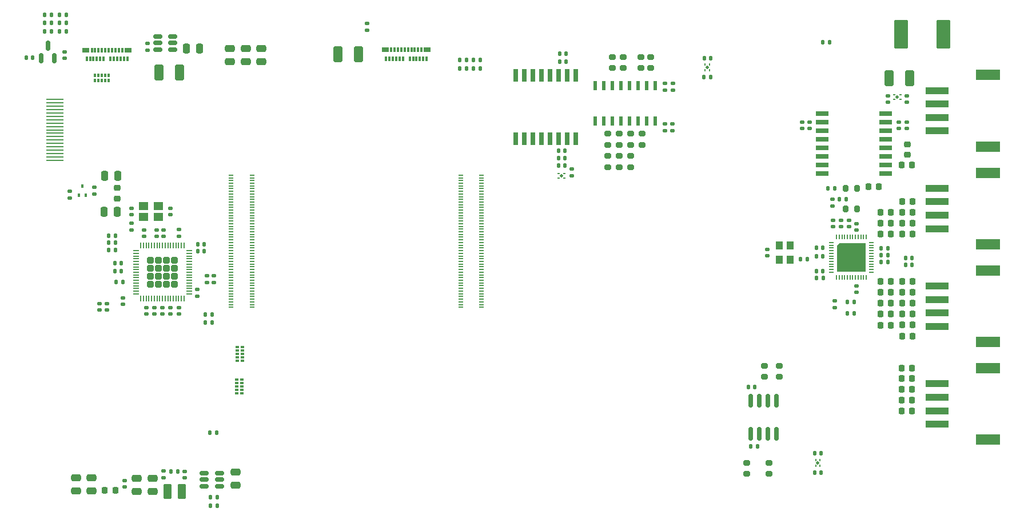
<source format=gbr>
%TF.GenerationSoftware,KiCad,Pcbnew,(6.0.8)*%
%TF.CreationDate,2022-12-14T13:01:19+09:00*%
%TF.ProjectId,audio,61756469-6f2e-46b6-9963-61645f706362,rev?*%
%TF.SameCoordinates,Original*%
%TF.FileFunction,Paste,Top*%
%TF.FilePolarity,Positive*%
%FSLAX46Y46*%
G04 Gerber Fmt 4.6, Leading zero omitted, Abs format (unit mm)*
G04 Created by KiCad (PCBNEW (6.0.8)) date 2022-12-14 13:01:19*
%MOMM*%
%LPD*%
G01*
G04 APERTURE LIST*
G04 Aperture macros list*
%AMRoundRect*
0 Rectangle with rounded corners*
0 $1 Rounding radius*
0 $2 $3 $4 $5 $6 $7 $8 $9 X,Y pos of 4 corners*
0 Add a 4 corners polygon primitive as box body*
4,1,4,$2,$3,$4,$5,$6,$7,$8,$9,$2,$3,0*
0 Add four circle primitives for the rounded corners*
1,1,$1+$1,$2,$3*
1,1,$1+$1,$4,$5*
1,1,$1+$1,$6,$7*
1,1,$1+$1,$8,$9*
0 Add four rect primitives between the rounded corners*
20,1,$1+$1,$2,$3,$4,$5,0*
20,1,$1+$1,$4,$5,$6,$7,0*
20,1,$1+$1,$6,$7,$8,$9,0*
20,1,$1+$1,$8,$9,$2,$3,0*%
%AMOutline5P*
0 Free polygon, 5 corners , with rotation*
0 The origin of the aperture is its center*
0 number of corners: always 5*
0 $1 to $10 corner X, Y*
0 $11 Rotation angle, in degrees counterclockwise*
0 create outline with 5 corners*
4,1,5,$1,$2,$3,$4,$5,$6,$7,$8,$9,$10,$1,$2,$11*%
%AMOutline6P*
0 Free polygon, 6 corners , with rotation*
0 The origin of the aperture is its center*
0 number of corners: always 6*
0 $1 to $12 corner X, Y*
0 $13 Rotation angle, in degrees counterclockwise*
0 create outline with 6 corners*
4,1,6,$1,$2,$3,$4,$5,$6,$7,$8,$9,$10,$11,$12,$1,$2,$13*%
%AMOutline7P*
0 Free polygon, 7 corners , with rotation*
0 The origin of the aperture is its center*
0 number of corners: always 7*
0 $1 to $14 corner X, Y*
0 $15 Rotation angle, in degrees counterclockwise*
0 create outline with 7 corners*
4,1,7,$1,$2,$3,$4,$5,$6,$7,$8,$9,$10,$11,$12,$13,$14,$1,$2,$15*%
%AMOutline8P*
0 Free polygon, 8 corners , with rotation*
0 The origin of the aperture is its center*
0 number of corners: always 8*
0 $1 to $16 corner X, Y*
0 $17 Rotation angle, in degrees counterclockwise*
0 create outline with 8 corners*
4,1,8,$1,$2,$3,$4,$5,$6,$7,$8,$9,$10,$11,$12,$13,$14,$15,$16,$1,$2,$17*%
G04 Aperture macros list end*
%ADD10RoundRect,0.140000X-0.170000X0.140000X-0.170000X-0.140000X0.170000X-0.140000X0.170000X0.140000X0*%
%ADD11RoundRect,0.200000X0.275000X-0.200000X0.275000X0.200000X-0.275000X0.200000X-0.275000X-0.200000X0*%
%ADD12RoundRect,0.140000X-0.140000X-0.170000X0.140000X-0.170000X0.140000X0.170000X-0.140000X0.170000X0*%
%ADD13RoundRect,0.140000X0.140000X0.170000X-0.140000X0.170000X-0.140000X-0.170000X0.140000X-0.170000X0*%
%ADD14RoundRect,0.135000X-0.135000X-0.185000X0.135000X-0.185000X0.135000X0.185000X-0.135000X0.185000X0*%
%ADD15RoundRect,0.200000X-0.275000X0.200000X-0.275000X-0.200000X0.275000X-0.200000X0.275000X0.200000X0*%
%ADD16RoundRect,0.225000X-0.225000X-0.250000X0.225000X-0.250000X0.225000X0.250000X-0.225000X0.250000X0*%
%ADD17RoundRect,0.250000X0.250000X0.475000X-0.250000X0.475000X-0.250000X-0.475000X0.250000X-0.475000X0*%
%ADD18Outline5P,-0.125000X0.200000X0.000000X0.200000X0.125000X0.075000X0.125000X-0.200000X-0.125000X-0.200000X90.000000*%
%ADD19Outline5P,-0.125000X0.075000X0.000000X0.200000X0.125000X0.200000X0.125000X-0.200000X-0.125000X-0.200000X90.000000*%
%ADD20Outline5P,-0.125000X0.200000X0.125000X0.200000X0.125000X-0.200000X0.000000X-0.200000X-0.125000X-0.075000X90.000000*%
%ADD21Outline5P,-0.125000X0.200000X0.125000X0.200000X0.125000X-0.075000X0.000000X-0.200000X-0.125000X-0.200000X90.000000*%
%ADD22Outline5P,-0.200000X0.200000X0.200000X0.200000X0.200000X-0.200000X-0.120000X-0.200000X-0.200000X-0.120000X135.000000*%
%ADD23RoundRect,0.250000X-0.787500X-1.875000X0.787500X-1.875000X0.787500X1.875000X-0.787500X1.875000X0*%
%ADD24RoundRect,0.150000X0.150000X-0.587500X0.150000X0.587500X-0.150000X0.587500X-0.150000X-0.587500X0*%
%ADD25RoundRect,0.250000X0.475000X-0.250000X0.475000X0.250000X-0.475000X0.250000X-0.475000X-0.250000X0*%
%ADD26RoundRect,0.140000X0.170000X-0.140000X0.170000X0.140000X-0.170000X0.140000X-0.170000X-0.140000X0*%
%ADD27RoundRect,0.150000X-0.512500X-0.150000X0.512500X-0.150000X0.512500X0.150000X-0.512500X0.150000X0*%
%ADD28RoundRect,0.225000X0.225000X0.250000X-0.225000X0.250000X-0.225000X-0.250000X0.225000X-0.250000X0*%
%ADD29R,3.400000X1.000000*%
%ADD30R,3.600000X1.500000*%
%ADD31R,0.300000X0.700000*%
%ADD32R,1.000000X0.700000*%
%ADD33R,1.400000X1.200000*%
%ADD34RoundRect,0.250000X0.412500X0.925000X-0.412500X0.925000X-0.412500X-0.925000X0.412500X-0.925000X0*%
%ADD35R,0.700000X0.200000*%
%ADD36R,0.550000X0.300000*%
%ADD37R,0.550000X0.400000*%
%ADD38RoundRect,0.250000X-0.250000X-0.475000X0.250000X-0.475000X0.250000X0.475000X-0.250000X0.475000X0*%
%ADD39Outline5P,-0.125000X0.200000X0.000000X0.200000X0.125000X0.075000X0.125000X-0.200000X-0.125000X-0.200000X0.000000*%
%ADD40Outline5P,-0.125000X0.075000X0.000000X0.200000X0.125000X0.200000X0.125000X-0.200000X-0.125000X-0.200000X0.000000*%
%ADD41Outline5P,-0.125000X0.200000X0.125000X0.200000X0.125000X-0.200000X0.000000X-0.200000X-0.125000X-0.075000X0.000000*%
%ADD42Outline5P,-0.125000X0.200000X0.125000X0.200000X0.125000X-0.075000X0.000000X-0.200000X-0.125000X-0.200000X0.000000*%
%ADD43Outline5P,-0.200000X0.200000X0.200000X0.200000X0.200000X-0.200000X-0.120000X-0.200000X-0.200000X-0.120000X45.000000*%
%ADD44RoundRect,0.225000X0.250000X-0.225000X0.250000X0.225000X-0.250000X0.225000X-0.250000X-0.225000X0*%
%ADD45RoundRect,0.200000X0.200000X0.275000X-0.200000X0.275000X-0.200000X-0.275000X0.200000X-0.275000X0*%
%ADD46RoundRect,0.250000X-0.412500X-0.925000X0.412500X-0.925000X0.412500X0.925000X-0.412500X0.925000X0*%
%ADD47Outline5P,-0.125000X0.200000X0.000000X0.200000X0.125000X0.075000X0.125000X-0.200000X-0.125000X-0.200000X270.000000*%
%ADD48Outline5P,-0.125000X0.075000X0.000000X0.200000X0.125000X0.200000X0.125000X-0.200000X-0.125000X-0.200000X270.000000*%
%ADD49Outline5P,-0.125000X0.200000X0.125000X0.200000X0.125000X-0.200000X0.000000X-0.200000X-0.125000X-0.075000X270.000000*%
%ADD50Outline5P,-0.125000X0.200000X0.125000X0.200000X0.125000X-0.075000X0.000000X-0.200000X-0.125000X-0.200000X270.000000*%
%ADD51Outline5P,-0.200000X0.200000X0.200000X0.200000X0.200000X-0.200000X-0.120000X-0.200000X-0.200000X-0.120000X315.000000*%
%ADD52R,0.300000X0.550000*%
%ADD53R,0.400000X0.550000*%
%ADD54RoundRect,0.135000X0.135000X0.185000X-0.135000X0.185000X-0.135000X-0.185000X0.135000X-0.185000X0*%
%ADD55RoundRect,0.135000X-0.185000X0.135000X-0.185000X-0.135000X0.185000X-0.135000X0.185000X0.135000X0*%
%ADD56RoundRect,0.218750X-0.256250X0.218750X-0.256250X-0.218750X0.256250X-0.218750X0.256250X0.218750X0*%
%ADD57Outline5P,-0.125000X0.200000X0.000000X0.200000X0.125000X0.075000X0.125000X-0.200000X-0.125000X-0.200000X180.000000*%
%ADD58Outline5P,-0.125000X0.075000X0.000000X0.200000X0.125000X0.200000X0.125000X-0.200000X-0.125000X-0.200000X180.000000*%
%ADD59Outline5P,-0.125000X0.200000X0.125000X0.200000X0.125000X-0.200000X0.000000X-0.200000X-0.125000X-0.075000X180.000000*%
%ADD60Outline5P,-0.125000X0.200000X0.125000X0.200000X0.125000X-0.075000X0.000000X-0.200000X-0.125000X-0.200000X180.000000*%
%ADD61Outline5P,-0.200000X0.200000X0.200000X0.200000X0.200000X-0.200000X-0.120000X-0.200000X-0.200000X-0.120000X225.000000*%
%ADD62RoundRect,0.135000X0.185000X-0.135000X0.185000X0.135000X-0.185000X0.135000X-0.185000X-0.135000X0*%
%ADD63RoundRect,0.150000X0.150000X-0.825000X0.150000X0.825000X-0.150000X0.825000X-0.150000X-0.825000X0*%
%ADD64R,0.400000X0.510000*%
%ADD65R,2.600000X0.280000*%
%ADD66R,0.558000X1.391399*%
%ADD67R,0.800000X0.200000*%
%ADD68R,0.200000X0.800000*%
%ADD69Outline5P,-2.100000X1.750000X-1.750000X2.100000X2.100000X2.100000X2.100000X-2.100000X-2.100000X-2.100000X0.000000*%
%ADD70RoundRect,0.218750X0.218750X0.256250X-0.218750X0.256250X-0.218750X-0.256250X0.218750X-0.256250X0*%
%ADD71RoundRect,0.200000X-0.200000X-0.275000X0.200000X-0.275000X0.200000X0.275000X-0.200000X0.275000X0*%
%ADD72RoundRect,0.150000X0.512500X0.150000X-0.512500X0.150000X-0.512500X-0.150000X0.512500X-0.150000X0*%
%ADD73R,1.925000X0.650000*%
%ADD74R,1.100000X1.300000*%
%ADD75RoundRect,0.250000X0.253488X-0.253488X0.253488X0.253488X-0.253488X0.253488X-0.253488X-0.253488X0*%
%ADD76RoundRect,0.050000X0.050000X-0.362500X0.050000X0.362500X-0.050000X0.362500X-0.050000X-0.362500X0*%
%ADD77RoundRect,0.050000X0.362500X-0.050000X0.362500X0.050000X-0.362500X0.050000X-0.362500X-0.050000X0*%
%ADD78RoundRect,0.250000X0.375000X0.850000X-0.375000X0.850000X-0.375000X-0.850000X0.375000X-0.850000X0*%
%ADD79R,0.650000X1.925000*%
G04 APERTURE END LIST*
D10*
%TO.C,C10*%
X28400000Y-44420000D03*
X28400000Y-45380000D03*
%TD*%
D11*
%TO.C,R53*%
X91900000Y-20325000D03*
X91900000Y-18675000D03*
%TD*%
D12*
%TO.C,C62*%
X113120000Y-65000000D03*
X114080000Y-65000000D03*
%TD*%
D13*
%TO.C,C78*%
X123537500Y-66010000D03*
X122577500Y-66010000D03*
%TD*%
D14*
%TO.C,R1*%
X33090000Y-73800000D03*
X34110000Y-73800000D03*
%TD*%
D15*
%TO.C,R43*%
X96800000Y-7275000D03*
X96800000Y-8925000D03*
%TD*%
D12*
%TO.C,C51*%
X136020000Y-38100000D03*
X136980000Y-38100000D03*
%TD*%
D16*
%TO.C,C87*%
X135525000Y-33500000D03*
X137075000Y-33500000D03*
%TD*%
D17*
%TO.C,C8*%
X19250000Y-30200000D03*
X17350000Y-30200000D03*
%TD*%
D12*
%TO.C,C57*%
X132420000Y-35680000D03*
X133380000Y-35680000D03*
%TD*%
D18*
%TO.C,U12*%
X85530000Y-25210000D03*
D19*
X85530000Y-24560000D03*
D20*
X84630000Y-24560000D03*
D21*
X84630000Y-25210000D03*
D22*
X85080000Y-24885000D03*
%TD*%
D23*
%TO.C,C79*%
X135387500Y-3900000D03*
X141612500Y-3900000D03*
%TD*%
D16*
%TO.C,C106*%
X135425000Y-23300000D03*
X136975000Y-23300000D03*
%TD*%
D24*
%TO.C,U1*%
X8050000Y-7437500D03*
X9950000Y-7437500D03*
X9000000Y-5562500D03*
%TD*%
D14*
%TO.C,R33*%
X127390000Y-43600000D03*
X128410000Y-43600000D03*
%TD*%
D25*
%TO.C,C18*%
X40600000Y-7950000D03*
X40600000Y-6050000D03*
%TD*%
D26*
%TO.C,C21*%
X20400000Y-71080000D03*
X20400000Y-70120000D03*
%TD*%
D27*
%TO.C,U8*%
X32182500Y-69020000D03*
X32182500Y-69970000D03*
X32182500Y-70920000D03*
X34457500Y-70920000D03*
X34457500Y-69970000D03*
X34457500Y-69020000D03*
%TD*%
D16*
%TO.C,C112*%
X135525000Y-28700000D03*
X137075000Y-28700000D03*
%TD*%
D28*
%TO.C,C109*%
X133875000Y-31900000D03*
X132325000Y-31900000D03*
%TD*%
D29*
%TO.C,J14*%
X140700000Y-18250000D03*
X140700000Y-16250000D03*
X140700000Y-14250000D03*
X140700000Y-12250000D03*
D30*
X148200000Y-20550000D03*
X148200000Y-9950000D03*
%TD*%
D26*
%TO.C,C2*%
X11500000Y-7480000D03*
X11500000Y-6520000D03*
%TD*%
%TO.C,C38*%
X17770000Y-44790000D03*
X17770000Y-43830000D03*
%TD*%
D11*
%TO.C,R49*%
X117300000Y-54725000D03*
X117300000Y-53075000D03*
%TD*%
D26*
%TO.C,C68*%
X120700000Y-17880000D03*
X120700000Y-16920000D03*
%TD*%
%TO.C,C37*%
X16670000Y-44790000D03*
X16670000Y-43830000D03*
%TD*%
D28*
%TO.C,C97*%
X136975000Y-56600000D03*
X135425000Y-56600000D03*
%TD*%
D31*
%TO.C,J5*%
X65100000Y-7520000D03*
X64600000Y-7520000D03*
X64100000Y-7520000D03*
X63600000Y-7520000D03*
X63100000Y-7520000D03*
X62600000Y-7520000D03*
X61600000Y-7520000D03*
X61100000Y-7520000D03*
X60600000Y-7520000D03*
X60100000Y-7520000D03*
X59600000Y-7520000D03*
X59100000Y-7520000D03*
D32*
X59000000Y-6220000D03*
D31*
X59850000Y-6220000D03*
X60350000Y-6220000D03*
X60850000Y-6220000D03*
X61350000Y-6220000D03*
X61850000Y-6220000D03*
X62350000Y-6220000D03*
X62850000Y-6220000D03*
X63350000Y-6220000D03*
X63850000Y-6220000D03*
X64350000Y-6220000D03*
D32*
X65200000Y-6220000D03*
%TD*%
D33*
%TO.C,Y1*%
X25400000Y-29390000D03*
X23200000Y-29390000D03*
X23200000Y-30990000D03*
X25400000Y-30990000D03*
%TD*%
D25*
%TO.C,C25*%
X36000000Y-7950000D03*
X36000000Y-6050000D03*
%TD*%
D12*
%TO.C,C41*%
X84620000Y-23400000D03*
X85580000Y-23400000D03*
%TD*%
D34*
%TO.C,C14*%
X28537500Y-9600000D03*
X25462500Y-9600000D03*
%TD*%
D14*
%TO.C,R14*%
X8490000Y-3500000D03*
X9510000Y-3500000D03*
%TD*%
D10*
%TO.C,C5*%
X32590000Y-39750000D03*
X32590000Y-40710000D03*
%TD*%
D13*
%TO.C,C22*%
X19870000Y-37870000D03*
X18910000Y-37870000D03*
%TD*%
D34*
%TO.C,C73*%
X55037500Y-6900000D03*
X51962500Y-6900000D03*
%TD*%
D14*
%TO.C,R35*%
X123750000Y-5090000D03*
X124770000Y-5090000D03*
%TD*%
D26*
%TO.C,C71*%
X135025000Y-17880000D03*
X135025000Y-16920000D03*
%TD*%
D35*
%TO.C,CM4_MODULE1*%
X73240000Y-44400000D03*
X70160000Y-44400000D03*
X73240000Y-44000000D03*
X70160000Y-44000000D03*
X73240000Y-43600000D03*
X70160000Y-43600000D03*
X73240000Y-43200000D03*
X70160000Y-43200000D03*
X73240000Y-42800000D03*
X70160000Y-42800000D03*
X73240000Y-42400000D03*
X70160000Y-42400000D03*
X73240000Y-42000000D03*
X70160000Y-42000000D03*
X73240000Y-41600000D03*
X70160000Y-41600000D03*
X73240000Y-41200000D03*
X70160000Y-41200000D03*
X73240000Y-40800000D03*
X70160000Y-40800000D03*
X73240000Y-40400000D03*
X70160000Y-40400000D03*
X73240000Y-40000000D03*
X70160000Y-40000000D03*
X73240000Y-39600000D03*
X70160000Y-39600000D03*
X73240000Y-39200000D03*
X70160000Y-39200000D03*
X73240000Y-38800000D03*
X70160000Y-38800000D03*
X73240000Y-38400000D03*
X70160000Y-38400000D03*
X73240000Y-38000000D03*
X70160000Y-38000000D03*
X73240000Y-37600000D03*
X70160000Y-37600000D03*
X73240000Y-37200000D03*
X70160000Y-37200000D03*
X73240000Y-36800000D03*
X70160000Y-36800000D03*
X73240000Y-36400000D03*
X70160000Y-36400000D03*
X73240000Y-36000000D03*
X70160000Y-36000000D03*
X73240000Y-35600000D03*
X70160000Y-35600000D03*
X73240000Y-35200000D03*
X70160000Y-35200000D03*
X73240000Y-34800000D03*
X70160000Y-34800000D03*
X73240000Y-34400000D03*
X70160000Y-34400000D03*
X73240000Y-34000000D03*
X70160000Y-34000000D03*
X73240000Y-33600000D03*
X70160000Y-33600000D03*
X73240000Y-33200000D03*
X70160000Y-33200000D03*
X73240000Y-32800000D03*
X70160000Y-32800000D03*
X73240000Y-32400000D03*
X70160000Y-32400000D03*
X73240000Y-32000000D03*
X70160000Y-32000000D03*
X73240000Y-31600000D03*
X70160000Y-31600000D03*
X73240000Y-31200000D03*
X70160000Y-31200000D03*
X73240000Y-30800000D03*
X70160000Y-30800000D03*
X73240000Y-30400000D03*
X70160000Y-30400000D03*
X73240000Y-30000000D03*
X70160000Y-30000000D03*
X73240000Y-29600000D03*
X70160000Y-29600000D03*
X73240000Y-29200000D03*
X70160000Y-29200000D03*
X73240000Y-28800000D03*
X70160000Y-28800000D03*
X73240000Y-28400000D03*
X70160000Y-28400000D03*
X73240000Y-28000000D03*
X70160000Y-28000000D03*
X73240000Y-27600000D03*
X70160000Y-27600000D03*
X73240000Y-27200000D03*
X70160000Y-27200000D03*
X73240000Y-26800000D03*
X70160000Y-26800000D03*
X73240000Y-26400000D03*
X70160000Y-26400000D03*
X73240000Y-26000000D03*
X70160000Y-26000000D03*
X73240000Y-25600000D03*
X70160000Y-25600000D03*
X73240000Y-25200000D03*
X70160000Y-25200000D03*
X73240000Y-24800000D03*
X70160000Y-24800000D03*
X39240000Y-44400000D03*
X36160000Y-44400000D03*
X39240000Y-44000000D03*
X36160000Y-44000000D03*
X39240000Y-43600000D03*
X36160000Y-43600000D03*
X39240000Y-43200000D03*
X36160000Y-43200000D03*
X39240000Y-42800000D03*
X36160000Y-42800000D03*
X39240000Y-42400000D03*
X36160000Y-42400000D03*
X39240000Y-42000000D03*
X36160000Y-42000000D03*
X39240000Y-41600000D03*
X36160000Y-41600000D03*
X39240000Y-41200000D03*
X36160000Y-41200000D03*
X39240000Y-40800000D03*
X36160000Y-40800000D03*
X39240000Y-40400000D03*
X36160000Y-40400000D03*
X39240000Y-40000000D03*
X36160000Y-40000000D03*
X39240000Y-39600000D03*
X36160000Y-39600000D03*
X39240000Y-39200000D03*
X36160000Y-39200000D03*
X39240000Y-38800000D03*
X36160000Y-38800000D03*
X39240000Y-38400000D03*
X36160000Y-38400000D03*
X39240000Y-38000000D03*
X36160000Y-38000000D03*
X39240000Y-37600000D03*
X36160000Y-37600000D03*
X39240000Y-37200000D03*
X36160000Y-37200000D03*
X39240000Y-36800000D03*
X36160000Y-36800000D03*
X39240000Y-36400000D03*
X36160000Y-36400000D03*
X39240000Y-36000000D03*
X36160000Y-36000000D03*
X39240000Y-35600000D03*
X36160000Y-35600000D03*
X39240000Y-35200000D03*
X36160000Y-35200000D03*
X39240000Y-34800000D03*
X36160000Y-34800000D03*
X39240000Y-34400000D03*
X36160000Y-34400000D03*
X39240000Y-34000000D03*
X36160000Y-34000000D03*
X39240000Y-33600000D03*
X36160000Y-33600000D03*
X39240000Y-33200000D03*
X36160000Y-33200000D03*
X39240000Y-32800000D03*
X36160000Y-32800000D03*
X39240000Y-32400000D03*
X36160000Y-32400000D03*
X39240000Y-32000000D03*
X36160000Y-32000000D03*
X39240000Y-31600000D03*
X36160000Y-31600000D03*
X39240000Y-31200000D03*
X36160000Y-31200000D03*
X39240000Y-30800000D03*
X36160000Y-30800000D03*
X39240000Y-30400000D03*
X36160000Y-30400000D03*
X39240000Y-30000000D03*
X36160000Y-30000000D03*
X39240000Y-29600000D03*
X36160000Y-29600000D03*
X39240000Y-29200000D03*
X36160000Y-29200000D03*
X39240000Y-28800000D03*
X36160000Y-28800000D03*
X39240000Y-28400000D03*
X36160000Y-28400000D03*
X39240000Y-28000000D03*
X36160000Y-28000000D03*
X39240000Y-27600000D03*
X36160000Y-27600000D03*
X39240000Y-27200000D03*
X36160000Y-27200000D03*
X39240000Y-26800000D03*
X36160000Y-26800000D03*
X39240000Y-26400000D03*
X36160000Y-26400000D03*
X39240000Y-26000000D03*
X36160000Y-26000000D03*
X39240000Y-25600000D03*
X36160000Y-25600000D03*
X39240000Y-25200000D03*
X36160000Y-25200000D03*
X39240000Y-24800000D03*
X36160000Y-24800000D03*
%TD*%
D36*
%TO.C,U5*%
X37775000Y-57140000D03*
X37775000Y-56640000D03*
D37*
X37775000Y-56140000D03*
D36*
X37775000Y-55640000D03*
X37775000Y-55140000D03*
X37005000Y-55140000D03*
X37005000Y-55640000D03*
D37*
X37005000Y-56140000D03*
D36*
X37005000Y-56640000D03*
X37005000Y-57140000D03*
%TD*%
D38*
%TO.C,C3*%
X29550000Y-6000000D03*
X31450000Y-6000000D03*
%TD*%
D10*
%TO.C,C54*%
X128800000Y-41220000D03*
X128800000Y-42180000D03*
%TD*%
%TO.C,C13*%
X31130000Y-41790000D03*
X31130000Y-42750000D03*
%TD*%
D13*
%TO.C,C46*%
X123780000Y-35600000D03*
X122820000Y-35600000D03*
%TD*%
D12*
%TO.C,C76*%
X106180000Y-10220000D03*
X107140000Y-10220000D03*
%TD*%
D11*
%TO.C,R48*%
X115100000Y-54725000D03*
X115100000Y-53075000D03*
%TD*%
D39*
%TO.C,U13*%
X106355000Y-9270000D03*
D40*
X107005000Y-9270000D03*
D41*
X107005000Y-8370000D03*
D42*
X106355000Y-8370000D03*
D43*
X106680000Y-8820000D03*
%TD*%
D44*
%TO.C,C115*%
X136300000Y-21775000D03*
X136300000Y-20225000D03*
%TD*%
D26*
%TO.C,C45*%
X127700000Y-32480000D03*
X127700000Y-31520000D03*
%TD*%
D45*
%TO.C,R25*%
X128825000Y-29800000D03*
X127175000Y-29800000D03*
%TD*%
D28*
%TO.C,C86*%
X133875000Y-42200000D03*
X132325000Y-42200000D03*
%TD*%
D14*
%TO.C,R11*%
X32290000Y-45500000D03*
X33310000Y-45500000D03*
%TD*%
%TO.C,R27*%
X120420000Y-37290000D03*
X121440000Y-37290000D03*
%TD*%
D13*
%TO.C,C1*%
X6780000Y-7400000D03*
X5820000Y-7400000D03*
%TD*%
D15*
%TO.C,R44*%
X94200000Y-7275000D03*
X94200000Y-8925000D03*
%TD*%
D28*
%TO.C,C96*%
X136975000Y-58200000D03*
X135425000Y-58200000D03*
%TD*%
D36*
%TO.C,U6*%
X37800000Y-52330000D03*
X37800000Y-51830000D03*
D37*
X37800000Y-51330000D03*
D36*
X37800000Y-50830000D03*
X37800000Y-50330000D03*
X37030000Y-50330000D03*
X37030000Y-50830000D03*
D37*
X37030000Y-51330000D03*
D36*
X37030000Y-51830000D03*
X37030000Y-52330000D03*
%TD*%
D26*
%TO.C,C44*%
X125300000Y-32480000D03*
X125300000Y-31520000D03*
%TD*%
D14*
%TO.C,R21*%
X71990000Y-9000000D03*
X73010000Y-9000000D03*
%TD*%
D46*
%TO.C,C82*%
X133562500Y-10400000D03*
X136637500Y-10400000D03*
%TD*%
D12*
%TO.C,C15*%
X31210000Y-35040000D03*
X32170000Y-35040000D03*
%TD*%
D14*
%TO.C,R18*%
X10740000Y-1000000D03*
X11760000Y-1000000D03*
%TD*%
D10*
%TO.C,C58*%
X101600000Y-11220000D03*
X101600000Y-12180000D03*
%TD*%
D12*
%TO.C,C63*%
X84620000Y-21200000D03*
X85580000Y-21200000D03*
%TD*%
D15*
%TO.C,R46*%
X112500000Y-67475000D03*
X112500000Y-69125000D03*
%TD*%
D11*
%TO.C,R51*%
X93600000Y-20325000D03*
X93600000Y-18675000D03*
%TD*%
D10*
%TO.C,C33*%
X26000000Y-44420000D03*
X26000000Y-45380000D03*
%TD*%
D13*
%TO.C,C77*%
X123507500Y-68920000D03*
X122547500Y-68920000D03*
%TD*%
%TO.C,C65*%
X113680000Y-56200000D03*
X112720000Y-56200000D03*
%TD*%
D14*
%TO.C,R20*%
X69990000Y-7750000D03*
X71010000Y-7750000D03*
%TD*%
D47*
%TO.C,U11*%
X134350000Y-12875000D03*
D48*
X134350000Y-13525000D03*
D49*
X135250000Y-13525000D03*
D50*
X135250000Y-12875000D03*
D51*
X134800000Y-13200000D03*
%TD*%
D16*
%TO.C,C99*%
X135525000Y-31900000D03*
X137075000Y-31900000D03*
%TD*%
D52*
%TO.C,U7*%
X16020000Y-10795000D03*
X16520000Y-10795000D03*
D53*
X17020000Y-10795000D03*
D52*
X17520000Y-10795000D03*
X18020000Y-10795000D03*
X18020000Y-10025000D03*
X17520000Y-10025000D03*
D53*
X17020000Y-10025000D03*
D52*
X16520000Y-10025000D03*
X16020000Y-10025000D03*
%TD*%
D54*
%TO.C,R24*%
X127210000Y-28400000D03*
X126190000Y-28400000D03*
%TD*%
D12*
%TO.C,C60*%
X84820000Y-6800000D03*
X85780000Y-6800000D03*
%TD*%
D28*
%TO.C,C108*%
X133875000Y-30300000D03*
X132325000Y-30300000D03*
%TD*%
D29*
%TO.C,J13*%
X140700000Y-32750000D03*
X140700000Y-30750000D03*
X140700000Y-28750000D03*
X140700000Y-26750000D03*
D30*
X148200000Y-35050000D03*
X148200000Y-24450000D03*
%TD*%
D54*
%TO.C,R12*%
X11760000Y-3500000D03*
X10740000Y-3500000D03*
%TD*%
D15*
%TO.C,R45*%
X92600000Y-7275000D03*
X92600000Y-8925000D03*
%TD*%
D12*
%TO.C,C53*%
X132420000Y-37700000D03*
X133380000Y-37700000D03*
%TD*%
D11*
%TO.C,R50*%
X97000000Y-20325000D03*
X97000000Y-18675000D03*
%TD*%
D12*
%TO.C,C61*%
X84820000Y-8000000D03*
X85780000Y-8000000D03*
%TD*%
D55*
%TO.C,R7*%
X26170000Y-68690000D03*
X26170000Y-69710000D03*
%TD*%
D54*
%TO.C,R22*%
X73010000Y-7750000D03*
X71990000Y-7750000D03*
%TD*%
D25*
%TO.C,C17*%
X24500000Y-71690000D03*
X24500000Y-69790000D03*
%TD*%
D12*
%TO.C,C35*%
X18050000Y-33790000D03*
X19010000Y-33790000D03*
%TD*%
D14*
%TO.C,R13*%
X10740000Y-2250000D03*
X11760000Y-2250000D03*
%TD*%
D55*
%TO.C,R31*%
X125200000Y-28390000D03*
X125200000Y-29410000D03*
%TD*%
D10*
%TO.C,C66*%
X101500000Y-17220000D03*
X101500000Y-18180000D03*
%TD*%
D56*
%TO.C,L1*%
X19300000Y-26712500D03*
X19300000Y-28287500D03*
%TD*%
D57*
%TO.C,U14*%
X123357500Y-67040000D03*
D58*
X122707500Y-67040000D03*
D59*
X122707500Y-67940000D03*
D60*
X123357500Y-67940000D03*
D61*
X123032500Y-67490000D03*
%TD*%
D13*
%TO.C,C47*%
X123780000Y-39000000D03*
X122820000Y-39000000D03*
%TD*%
D16*
%TO.C,C103*%
X130525000Y-26500000D03*
X132075000Y-26500000D03*
%TD*%
D29*
%TO.C,J12*%
X140700000Y-47250000D03*
X140700000Y-45250000D03*
X140700000Y-43250000D03*
X140700000Y-41250000D03*
D30*
X148200000Y-49550000D03*
X148200000Y-38950000D03*
%TD*%
D55*
%TO.C,R5*%
X23750000Y-5240000D03*
X23750000Y-6260000D03*
%TD*%
D62*
%TO.C,R3*%
X12260000Y-28200000D03*
X12260000Y-27180000D03*
%TD*%
D10*
%TO.C,C50*%
X136200000Y-13020000D03*
X136200000Y-13980000D03*
%TD*%
D13*
%TO.C,C30*%
X19880000Y-39000000D03*
X18920000Y-39000000D03*
%TD*%
D62*
%TO.C,R26*%
X125520000Y-44430000D03*
X125520000Y-43410000D03*
%TD*%
D14*
%TO.C,R6*%
X27210000Y-68750000D03*
X28230000Y-68750000D03*
%TD*%
D16*
%TO.C,C89*%
X135525000Y-45400000D03*
X137075000Y-45400000D03*
%TD*%
D54*
%TO.C,R23*%
X125510000Y-26800000D03*
X124490000Y-26800000D03*
%TD*%
D16*
%TO.C,C80*%
X135525000Y-42200000D03*
X137075000Y-42200000D03*
%TD*%
D15*
%TO.C,R42*%
X98300000Y-7275000D03*
X98300000Y-8925000D03*
%TD*%
D54*
%TO.C,R2*%
X34110000Y-72560000D03*
X33090000Y-72560000D03*
%TD*%
D13*
%TO.C,C29*%
X19010000Y-35930000D03*
X18050000Y-35930000D03*
%TD*%
D14*
%TO.C,R34*%
X127390000Y-45300000D03*
X128410000Y-45300000D03*
%TD*%
D10*
%TO.C,C72*%
X27200000Y-44420000D03*
X27200000Y-45380000D03*
%TD*%
D11*
%TO.C,R52*%
X95300000Y-20325000D03*
X95300000Y-18675000D03*
%TD*%
D26*
%TO.C,C59*%
X100400000Y-12180000D03*
X100400000Y-11220000D03*
%TD*%
D63*
%TO.C,U2*%
X113095000Y-63175000D03*
X114365000Y-63175000D03*
X115635000Y-63175000D03*
X116905000Y-63175000D03*
X116905000Y-58225000D03*
X115635000Y-58225000D03*
X114365000Y-58225000D03*
X113095000Y-58225000D03*
%TD*%
D12*
%TO.C,C36*%
X18050000Y-34790000D03*
X19010000Y-34790000D03*
%TD*%
D16*
%TO.C,C90*%
X135525000Y-47000000D03*
X137075000Y-47000000D03*
%TD*%
D64*
%TO.C,Q1*%
X13600000Y-27745000D03*
X14600000Y-27745000D03*
X14100000Y-26455000D03*
%TD*%
D26*
%TO.C,C55*%
X128800000Y-32980000D03*
X128800000Y-32020000D03*
%TD*%
D25*
%TO.C,C20*%
X38300000Y-7950000D03*
X38300000Y-6050000D03*
%TD*%
D62*
%TO.C,R36*%
X56270000Y-3340000D03*
X56270000Y-2320000D03*
%TD*%
D12*
%TO.C,C52*%
X136020000Y-37100000D03*
X136980000Y-37100000D03*
%TD*%
D65*
%TO.C,J1*%
X10028500Y-22592500D03*
X10028500Y-22092500D03*
X10028500Y-21592500D03*
X10028500Y-21092500D03*
X10028500Y-20592500D03*
X10028500Y-20092500D03*
X10028500Y-19592500D03*
X10028500Y-19092500D03*
X10028500Y-18592500D03*
X10028500Y-18092500D03*
X10028500Y-17592500D03*
X10028500Y-17092500D03*
X10028500Y-16592500D03*
X10028500Y-16092500D03*
X10028500Y-15592500D03*
X10028500Y-15092500D03*
X10028500Y-14592500D03*
X10028500Y-14092500D03*
X10028500Y-13592500D03*
%TD*%
D29*
%TO.C,J11*%
X140700000Y-61750000D03*
X140700000Y-59750000D03*
X140700000Y-57750000D03*
X140700000Y-55750000D03*
D30*
X148200000Y-64050000D03*
X148200000Y-53450000D03*
%TD*%
D10*
%TO.C,C19*%
X20170000Y-43030000D03*
X20170000Y-43990000D03*
%TD*%
D17*
%TO.C,C4*%
X19350000Y-24900000D03*
X17450000Y-24900000D03*
%TD*%
D66*
%TO.C,U9*%
X98945000Y-11495380D03*
X97675000Y-11495380D03*
X96405000Y-11495380D03*
X95135000Y-11495380D03*
X93865000Y-11495380D03*
X92595000Y-11495380D03*
X91325000Y-11495380D03*
X90055000Y-11495380D03*
X90055000Y-16798376D03*
X91325000Y-16798376D03*
X92595000Y-16798376D03*
X93865000Y-16798376D03*
X95135000Y-16798376D03*
X96405000Y-16798376D03*
X97675000Y-16798376D03*
X98945000Y-16798376D03*
%TD*%
D26*
%TO.C,C23*%
X23250000Y-33880000D03*
X23250000Y-32920000D03*
%TD*%
D16*
%TO.C,C81*%
X135525000Y-43800000D03*
X137075000Y-43800000D03*
%TD*%
D67*
%TO.C,U10*%
X125000000Y-34800000D03*
X125000000Y-35200000D03*
X125000000Y-35600000D03*
X125000000Y-36000000D03*
X125000000Y-36400000D03*
X125000000Y-36800000D03*
X125000000Y-37200000D03*
X125000000Y-37600000D03*
X125000000Y-38000000D03*
X125000000Y-38400000D03*
X125000000Y-38800000D03*
X125000000Y-39200000D03*
D68*
X125800000Y-40000000D03*
X126200000Y-40000000D03*
X126600000Y-40000000D03*
X127000000Y-40000000D03*
X127400000Y-40000000D03*
X127800000Y-40000000D03*
X128200000Y-40000000D03*
X128600000Y-40000000D03*
X129000000Y-40000000D03*
X129400000Y-40000000D03*
X129800000Y-40000000D03*
X130200000Y-40000000D03*
D67*
X131000000Y-39200000D03*
X131000000Y-38800000D03*
X131000000Y-38400000D03*
X131000000Y-38000000D03*
X131000000Y-37600000D03*
X131000000Y-37200000D03*
X131000000Y-36800000D03*
X131000000Y-36400000D03*
X131000000Y-36000000D03*
X131000000Y-35600000D03*
X131000000Y-35200000D03*
X131000000Y-34800000D03*
D68*
X130200000Y-34000000D03*
X129800000Y-34000000D03*
X129400000Y-34000000D03*
X129000000Y-34000000D03*
X128600000Y-34000000D03*
X128200000Y-34000000D03*
X127800000Y-34000000D03*
X127400000Y-34000000D03*
X127000000Y-34000000D03*
X126600000Y-34000000D03*
X126200000Y-34000000D03*
X125800000Y-34000000D03*
D69*
X128000000Y-37000000D03*
%TD*%
D12*
%TO.C,C64*%
X84620000Y-22300000D03*
X85580000Y-22300000D03*
%TD*%
D28*
%TO.C,C83*%
X136975000Y-55000000D03*
X135425000Y-55000000D03*
%TD*%
D70*
%TO.C,L3*%
X19007500Y-71550000D03*
X17432500Y-71550000D03*
%TD*%
D28*
%TO.C,C88*%
X133875000Y-33500000D03*
X132325000Y-33500000D03*
%TD*%
D71*
%TO.C,R32*%
X127175000Y-26800000D03*
X128825000Y-26800000D03*
%TD*%
D12*
%TO.C,C75*%
X106210000Y-7460000D03*
X107170000Y-7460000D03*
%TD*%
D10*
%TO.C,C11*%
X27185000Y-29710000D03*
X27185000Y-30670000D03*
%TD*%
D26*
%TO.C,C69*%
X121800000Y-17880000D03*
X121800000Y-16920000D03*
%TD*%
D62*
%TO.C,R4*%
X15900000Y-27610000D03*
X15900000Y-26590000D03*
%TD*%
%TO.C,R8*%
X21400000Y-32910000D03*
X21400000Y-31890000D03*
%TD*%
D28*
%TO.C,C85*%
X133875000Y-47100000D03*
X132325000Y-47100000D03*
%TD*%
D15*
%TO.C,R28*%
X95300000Y-21975000D03*
X95300000Y-23625000D03*
%TD*%
D72*
%TO.C,U4*%
X27537500Y-6150000D03*
X27537500Y-5200000D03*
X27537500Y-4250000D03*
X25262500Y-4250000D03*
X25262500Y-5200000D03*
X25262500Y-6150000D03*
%TD*%
D10*
%TO.C,C6*%
X33590000Y-39750000D03*
X33590000Y-40710000D03*
%TD*%
D28*
%TO.C,C84*%
X133875000Y-40600000D03*
X132325000Y-40600000D03*
%TD*%
D26*
%TO.C,C28*%
X26150000Y-33880000D03*
X26150000Y-32920000D03*
%TD*%
D16*
%TO.C,C91*%
X135525000Y-48700000D03*
X137075000Y-48700000D03*
%TD*%
D15*
%TO.C,R29*%
X91900000Y-21975000D03*
X91900000Y-23625000D03*
%TD*%
D26*
%TO.C,C12*%
X29280000Y-69720000D03*
X29280000Y-68760000D03*
%TD*%
D10*
%TO.C,C32*%
X23600000Y-44430000D03*
X23600000Y-45390000D03*
%TD*%
D12*
%TO.C,C56*%
X132420000Y-36670000D03*
X133380000Y-36670000D03*
%TD*%
D28*
%TO.C,C93*%
X133875000Y-43800000D03*
X132325000Y-43800000D03*
%TD*%
D16*
%TO.C,C92*%
X135525000Y-40600000D03*
X137075000Y-40600000D03*
%TD*%
D26*
%TO.C,C16*%
X21415000Y-30700000D03*
X21415000Y-29740000D03*
%TD*%
%TO.C,C74*%
X115520000Y-36770000D03*
X115520000Y-35810000D03*
%TD*%
D73*
%TO.C,PS2*%
X123688000Y-15655000D03*
X123688000Y-16925000D03*
X123688000Y-18195000D03*
X123688000Y-19465000D03*
X123688000Y-20735000D03*
X123688000Y-22005000D03*
X123688000Y-23275000D03*
X123688000Y-24545000D03*
X133112000Y-24545000D03*
X133112000Y-23275000D03*
X133112000Y-22005000D03*
X133112000Y-20735000D03*
X133112000Y-19465000D03*
X133112000Y-18195000D03*
X133112000Y-16925000D03*
X133112000Y-15655000D03*
%TD*%
D12*
%TO.C,C39*%
X33040000Y-63000000D03*
X34000000Y-63000000D03*
%TD*%
D14*
%TO.C,R17*%
X122790000Y-40100000D03*
X123810000Y-40100000D03*
%TD*%
D13*
%TO.C,C34*%
X20100000Y-40680000D03*
X19140000Y-40680000D03*
%TD*%
D54*
%TO.C,R19*%
X71010000Y-9000000D03*
X69990000Y-9000000D03*
%TD*%
D26*
%TO.C,C67*%
X100400000Y-18180000D03*
X100400000Y-17220000D03*
%TD*%
D31*
%TO.C,J4*%
X20770000Y-7540000D03*
X20270000Y-7540000D03*
X19770000Y-7540000D03*
X19270000Y-7540000D03*
X18770000Y-7540000D03*
X18270000Y-7540000D03*
X17270000Y-7540000D03*
X16770000Y-7540000D03*
X16270000Y-7540000D03*
X15770000Y-7540000D03*
X15270000Y-7540000D03*
X14770000Y-7540000D03*
D32*
X14670000Y-6240000D03*
D31*
X15520000Y-6240000D03*
X16020000Y-6240000D03*
X16520000Y-6240000D03*
X17020000Y-6240000D03*
X17520000Y-6240000D03*
X18020000Y-6240000D03*
X18520000Y-6240000D03*
X19020000Y-6240000D03*
X19520000Y-6240000D03*
X20020000Y-6240000D03*
D32*
X20870000Y-6240000D03*
%TD*%
D25*
%TO.C,C26*%
X15470000Y-71600000D03*
X15470000Y-69700000D03*
%TD*%
%TO.C,C40*%
X22200000Y-71690000D03*
X22200000Y-69790000D03*
%TD*%
D15*
%TO.C,R30*%
X93600000Y-21975000D03*
X93600000Y-23625000D03*
%TD*%
D16*
%TO.C,C102*%
X135525000Y-30300000D03*
X137075000Y-30300000D03*
%TD*%
D28*
%TO.C,C98*%
X136975000Y-53400000D03*
X135425000Y-53400000D03*
%TD*%
D26*
%TO.C,C27*%
X25100000Y-33880000D03*
X25100000Y-32920000D03*
%TD*%
%TO.C,C43*%
X126500000Y-32480000D03*
X126500000Y-31520000D03*
%TD*%
D12*
%TO.C,C31*%
X31210000Y-36040000D03*
X32170000Y-36040000D03*
%TD*%
D13*
%TO.C,C48*%
X123780000Y-36800000D03*
X122820000Y-36800000D03*
%TD*%
D25*
%TO.C,C24*%
X13220000Y-71600000D03*
X13220000Y-69700000D03*
%TD*%
D54*
%TO.C,R15*%
X9510000Y-2250000D03*
X8490000Y-2250000D03*
%TD*%
D74*
%TO.C,X1*%
X117295000Y-35240000D03*
X117295000Y-37340000D03*
X118945000Y-37340000D03*
X118945000Y-35240000D03*
%TD*%
D10*
%TO.C,C49*%
X133400000Y-13040000D03*
X133400000Y-14000000D03*
%TD*%
D28*
%TO.C,C94*%
X133875000Y-45400000D03*
X132325000Y-45400000D03*
%TD*%
D75*
%TO.C,U3*%
X26570000Y-40972500D03*
X27745000Y-37447500D03*
X26570000Y-37447500D03*
X24220000Y-39797500D03*
X24220000Y-40972500D03*
X26570000Y-38622500D03*
X25395000Y-37447500D03*
X25395000Y-40972500D03*
X24220000Y-38622500D03*
X24220000Y-37447500D03*
X27745000Y-40972500D03*
X26570000Y-39797500D03*
X27745000Y-38622500D03*
X25395000Y-39797500D03*
X27745000Y-39797500D03*
X25395000Y-38622500D03*
D76*
X22782500Y-43147500D03*
X23182500Y-43147500D03*
X23582500Y-43147500D03*
X23982500Y-43147500D03*
X24382500Y-43147500D03*
X24782500Y-43147500D03*
X25182500Y-43147500D03*
X25582500Y-43147500D03*
X25982500Y-43147500D03*
X26382500Y-43147500D03*
X26782500Y-43147500D03*
X27182500Y-43147500D03*
X27582500Y-43147500D03*
X27982500Y-43147500D03*
X28382500Y-43147500D03*
X28782500Y-43147500D03*
X29182500Y-43147500D03*
D77*
X29920000Y-42410000D03*
X29920000Y-42010000D03*
X29920000Y-41610000D03*
X29920000Y-41210000D03*
X29920000Y-40810000D03*
X29920000Y-40410000D03*
X29920000Y-40010000D03*
X29920000Y-39610000D03*
X29920000Y-39210000D03*
X29920000Y-38810000D03*
X29920000Y-38410000D03*
X29920000Y-38010000D03*
X29920000Y-37610000D03*
X29920000Y-37210000D03*
X29920000Y-36810000D03*
X29920000Y-36410000D03*
X29920000Y-36010000D03*
D76*
X29182500Y-35272500D03*
X28782500Y-35272500D03*
X28382500Y-35272500D03*
X27982500Y-35272500D03*
X27582500Y-35272500D03*
X27182500Y-35272500D03*
X26782500Y-35272500D03*
X26382500Y-35272500D03*
X25982500Y-35272500D03*
X25582500Y-35272500D03*
X25182500Y-35272500D03*
X24782500Y-35272500D03*
X24382500Y-35272500D03*
X23982500Y-35272500D03*
X23582500Y-35272500D03*
X23182500Y-35272500D03*
X22782500Y-35272500D03*
D77*
X22045000Y-36010000D03*
X22045000Y-36410000D03*
X22045000Y-36810000D03*
X22045000Y-37210000D03*
X22045000Y-37610000D03*
X22045000Y-38010000D03*
X22045000Y-38410000D03*
X22045000Y-38810000D03*
X22045000Y-39210000D03*
X22045000Y-39610000D03*
X22045000Y-40010000D03*
X22045000Y-40410000D03*
X22045000Y-40810000D03*
X22045000Y-41210000D03*
X22045000Y-41610000D03*
X22045000Y-42010000D03*
X22045000Y-42410000D03*
%TD*%
D26*
%TO.C,C42*%
X86600000Y-24880000D03*
X86600000Y-23920000D03*
%TD*%
D78*
%TO.C,L2*%
X28875000Y-71740000D03*
X26725000Y-71740000D03*
%TD*%
D10*
%TO.C,C9*%
X24800000Y-44430000D03*
X24800000Y-45390000D03*
%TD*%
D14*
%TO.C,R16*%
X8490000Y-1000000D03*
X9510000Y-1000000D03*
%TD*%
D62*
%TO.C,R9*%
X28400000Y-33910000D03*
X28400000Y-32890000D03*
%TD*%
D28*
%TO.C,C95*%
X136975000Y-59800000D03*
X135425000Y-59800000D03*
%TD*%
D25*
%TO.C,C7*%
X36800000Y-70750000D03*
X36800000Y-68850000D03*
%TD*%
D79*
%TO.C,PS1*%
X87145000Y-9988000D03*
X85875000Y-9988000D03*
X84605000Y-9988000D03*
X83335000Y-9988000D03*
X82065000Y-9988000D03*
X80795000Y-9988000D03*
X79525000Y-9988000D03*
X78255000Y-9988000D03*
X78255000Y-19412000D03*
X79525000Y-19412000D03*
X80795000Y-19412000D03*
X82065000Y-19412000D03*
X83335000Y-19412000D03*
X84605000Y-19412000D03*
X85875000Y-19412000D03*
X87145000Y-19412000D03*
%TD*%
D14*
%TO.C,R10*%
X32290000Y-46700000D03*
X33310000Y-46700000D03*
%TD*%
D26*
%TO.C,C70*%
X136200000Y-17880000D03*
X136200000Y-16920000D03*
%TD*%
D15*
%TO.C,R47*%
X115800000Y-67475000D03*
X115800000Y-69125000D03*
%TD*%
M02*

</source>
